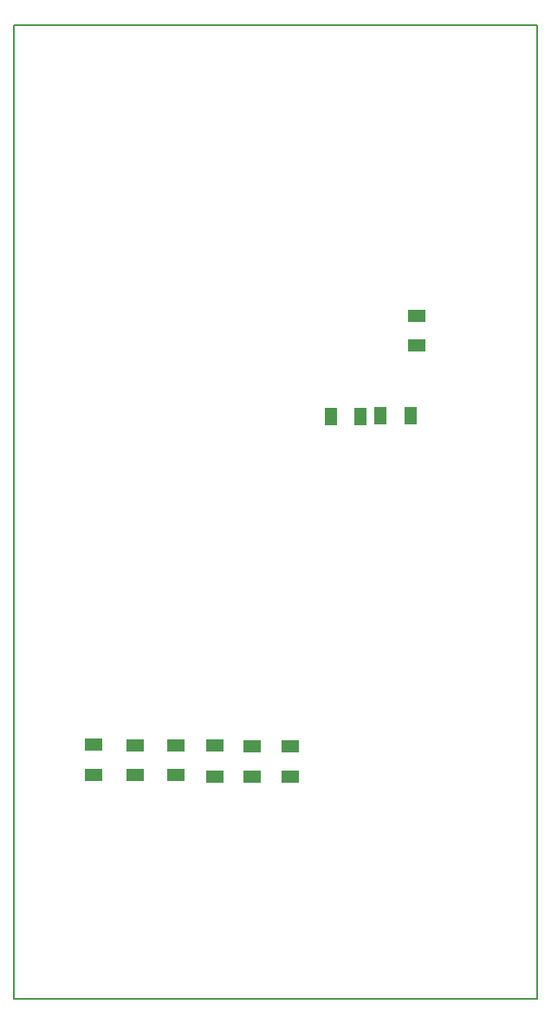
<source format=gbr>
G04 PROTEUS GERBER X2 FILE*
%TF.GenerationSoftware,Labcenter,Proteus,8.13-SP0-Build31525*%
%TF.CreationDate,2024-05-12T14:24:26+00:00*%
%TF.FileFunction,Paste,Bot*%
%TF.FilePolarity,Positive*%
%TF.Part,Single*%
%TF.SameCoordinates,{a0f7e056-3ba2-47e4-9380-b7f19c802b0c}*%
%FSLAX45Y45*%
%MOMM*%
G01*
%TA.AperFunction,Material*%
%ADD36R,1.803400X1.143000*%
%ADD37R,1.143000X1.803400*%
%TA.AperFunction,Profile*%
%ADD22C,0.203200*%
%TD.AperFunction*%
D36*
X-812800Y-1168400D03*
X-812800Y-878400D03*
X-419100Y-1166300D03*
X-419100Y-876300D03*
X-1219200Y-1168400D03*
X-1219200Y-868400D03*
X-38100Y-1181100D03*
X-38100Y-881100D03*
X+330200Y-1181100D03*
X+330200Y-891100D03*
X+698500Y-1181100D03*
X+698500Y-891100D03*
X+1939650Y+3311250D03*
X+1939650Y+3021250D03*
D37*
X+1097750Y+2327550D03*
X+1387750Y+2327550D03*
X+1876150Y+2333350D03*
X+1586150Y+2333350D03*
D22*
X-1995300Y-3350000D02*
X+3114700Y-3350000D01*
X+3114700Y+6150000D01*
X-1995300Y+6150000D01*
X-1995300Y-3350000D01*
M02*

</source>
